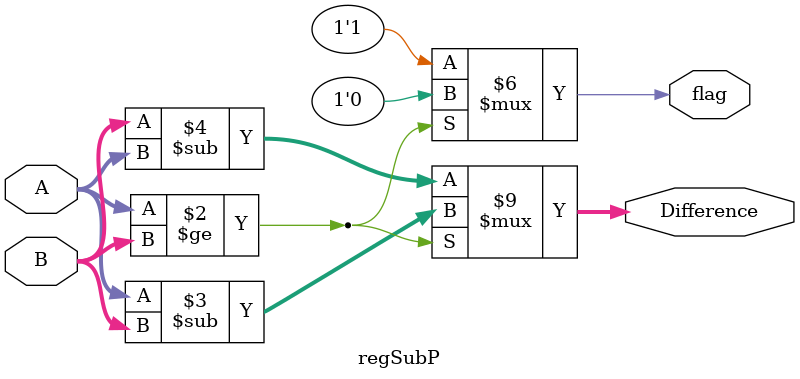
<source format=v>
`timescale 1ns / 1ps
module regSubP(
input wire [8:0] A,   // n-bit inputs
input wire [7:0]B,
output reg [8:0] Difference,  // (n+1)-bit output for difference
output reg flag
    );
    
always @(*) begin
    if (A>=B) begin
        Difference <= A - B;
        flag <= 1'b0;
    end
        else
    begin
        Difference <= B- A;
        flag <= 1'b1;
     end
end
endmodule

</source>
